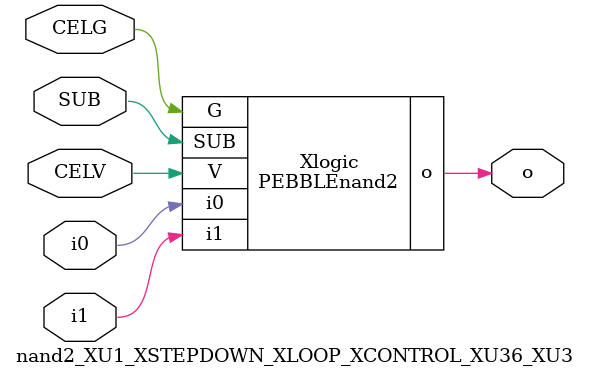
<source format=v>



module PEBBLEnand2 ( o, G, SUB, V, i0, i1 );

  input i0;
  input V;
  input i1;
  input G;
  output o;
  input SUB;
endmodule

//Celera Confidential Do Not Copy nand2_XU1_XSTEPDOWN_XLOOP_XCONTROL_XU36_XU3
//Celera Confidential Symbol Generator
//5V NAND2
module nand2_XU1_XSTEPDOWN_XLOOP_XCONTROL_XU36_XU3 (CELV,CELG,i0,i1,o,SUB);
input CELV;
input CELG;
input i0;
input i1;
input SUB;
output o;

//Celera Confidential Do Not Copy nand2
PEBBLEnand2 Xlogic(
.V (CELV),
.i0 (i0),
.i1 (i1),
.o (o),
.SUB (SUB),
.G (CELG)
);
//,diesize,PEBBLEnand2

//Celera Confidential Do Not Copy Module End
//Celera Schematic Generator
endmodule

</source>
